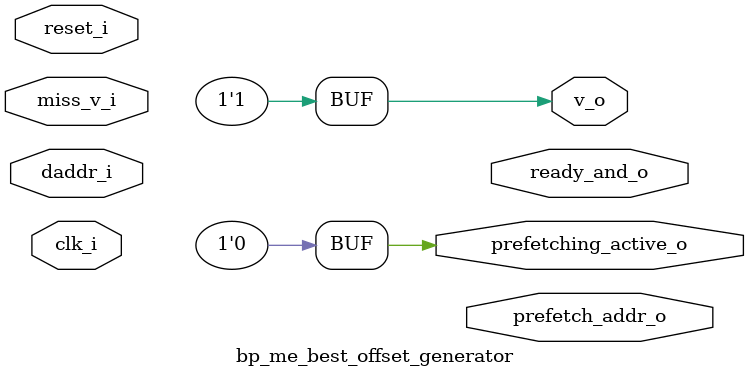
<source format=sv>
module bp_me_best_offset_generator
  #(parameter daddr_width_p = 64)
  (input                          clk_i
  , input                         reset_i
  , input [daddr_width_p-1:0]     daddr_i
  , input                         miss_v_i
  , output                        ready_and_o
  , output                        prefetching_active_o
  , output [daddr_width_p-1:0]    prefetch_addr_o
  , output v_o
  );

  assign prefetching_active_o = '0;
  assign v_o = '1;
endmodule
</source>
